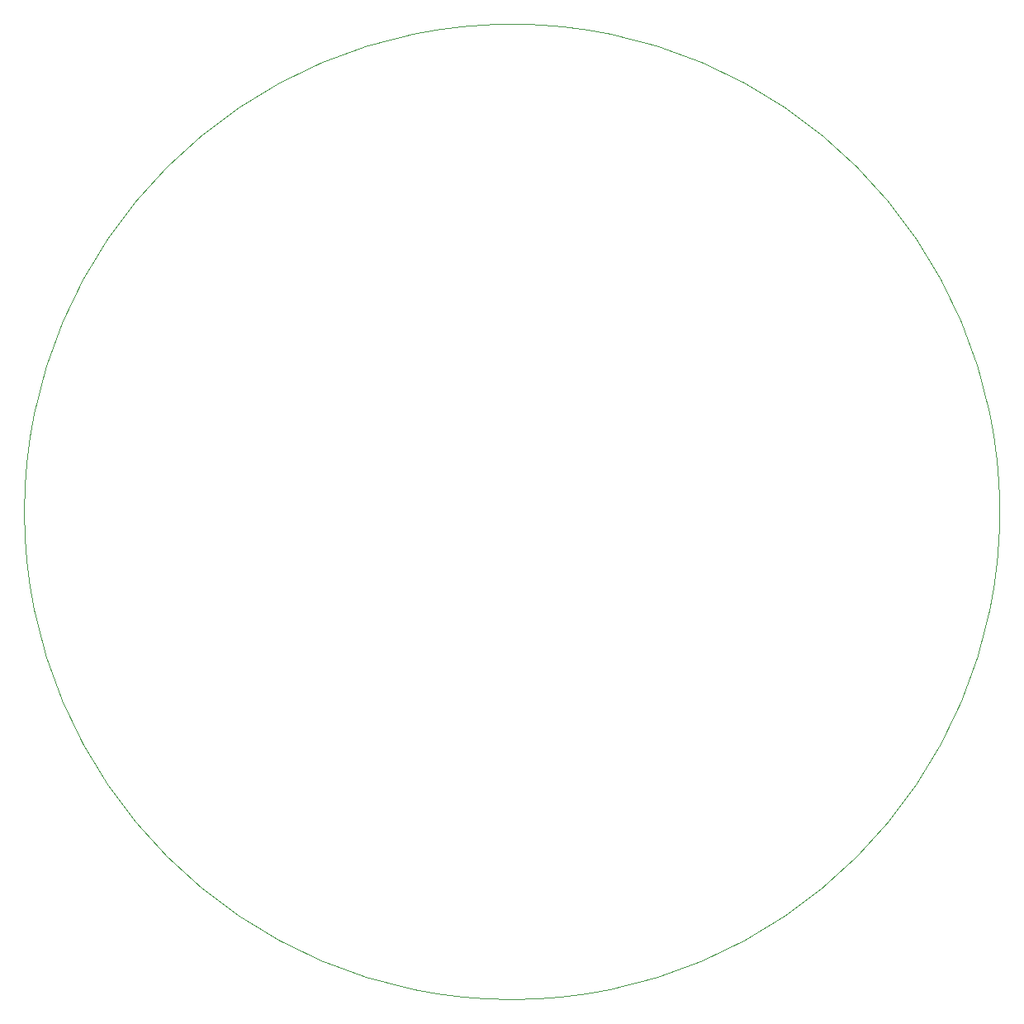
<source format=gbr>
%TF.GenerationSoftware,KiCad,Pcbnew,7.0.8*%
%TF.CreationDate,2023-10-26T13:22:37+11:00*%
%TF.ProjectId,linetest4.0,6c696e65-7465-4737-9434-2e302e6b6963,rev?*%
%TF.SameCoordinates,Original*%
%TF.FileFunction,Profile,NP*%
%FSLAX46Y46*%
G04 Gerber Fmt 4.6, Leading zero omitted, Abs format (unit mm)*
G04 Created by KiCad (PCBNEW 7.0.8) date 2023-10-26 13:22:37*
%MOMM*%
%LPD*%
G01*
G04 APERTURE LIST*
%TA.AperFunction,Profile*%
%ADD10C,0.010000*%
%TD*%
G04 APERTURE END LIST*
D10*
X200000000Y-150000000D02*
G75*
G03*
X200000000Y-150000000I-50000000J0D01*
G01*
M02*

</source>
